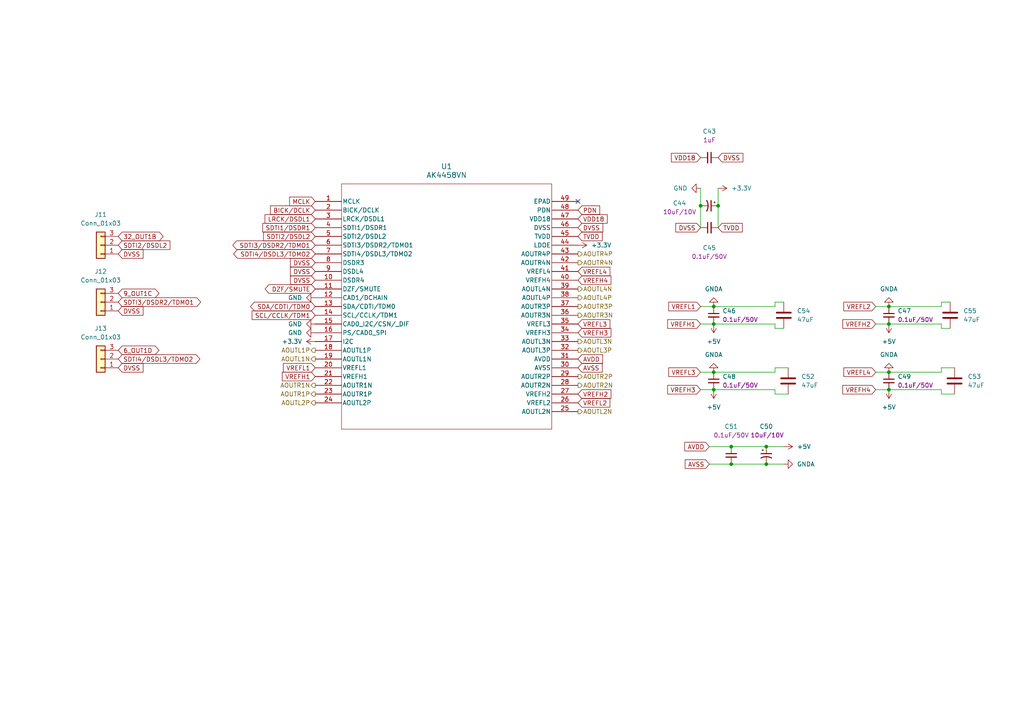
<source format=kicad_sch>
(kicad_sch (version 20231120) (generator "eeschema") (generator_version "8.0")
  (paper "A4")
  (lib_symbols
    (symbol "4ms_Capacitor:0.1uF_0805_50V" (pin_numbers hide) (pin_names (offset 0.254))
      (property "Reference" "C" (at 1.905 1.27 0))
      (property "Display" "0.1uF/50V" (at 1.905 -1.27 0))
      (symbol "0.1uF_0805_50V_1_1"
        (polyline (pts (xy -1.524 -0.508) (xy 1.524 -0.508)) (stroke (width 0.3302)))
        (polyline (pts (xy -1.524 0.508) (xy 1.524 0.508)) (stroke (width 0.3048)))
        (pin passive line (at 0 2.54 270) (length 2.032) (name "~") (number "1"))
        (pin passive line (at 0 -2.54 90) (length 2.032) (name "~") (number "2"))
      )
    )
    (symbol "4ms_Capacitor:10uF_4x5.3_10V" (pin_numbers hide) (pin_names (offset 0.254) hide)
      (property "Reference" "C" (at 1.905 1.27 0))
      (property "Display" "10uF/10V" (at 1.905 -1.27 0))
      (symbol "10uF_4x5.3_10V_0_1"
        (polyline (pts (xy -1.524 0.508) (xy 1.524 0.508)) (stroke (width 0.3048)))
        (polyline (pts (xy -1.27 1.524) (xy -0.762 1.524)))
        (polyline (pts (xy -1.016 1.27) (xy -1.016 1.778)))
        (arc (start 1.524 -0.762) (mid 0 -0.3734) (end -1.524 -0.762) (stroke (width 0.3048)))
      )
      (symbol "10uF_4x5.3_10V_1_1"
        (pin passive line (at 0 2.54 270) (length 2.032) (name "~") (number "1"))
        (pin passive line (at 0 -2.54 90) (length 2.032) (name "~") (number "2"))
      )
    )
    (symbol "4ms_Capacitor:1uF_0402_25V" (pin_numbers hide) (pin_names (offset 0.254) hide)
      (property "Reference" "C24" (at 4.826 0.254 0))
      (property "Display" "1uF" (at 2.54 -1.27 0))
      (symbol "1uF_0402_25V_0_1"
        (polyline (pts (xy -1.524 -0.508) (xy 1.524 -0.508)) (stroke (width 0.3302)))
        (polyline (pts (xy -1.524 0.508) (xy 1.524 0.508)) (stroke (width 0.3048)))
      )
      (symbol "1uF_0402_25V_1_1"
        (pin passive line (at 0 2.54 270) (length 2.032) (name "~") (number "1"))
        (pin passive line (at 0 -2.54 90) (length 2.032) (name "~") (number "2"))
      )
    )
    (symbol "4ms_Connector:Conn_01x03" (pin_names (offset 1.016) hide)
      (property "Reference" "J" (at 0 5.08 0))
      (property "Value" "Conn_01x03" (at 0 -5.08 0))
      (symbol "Conn_01x03_1_1"
        (rectangle (start -1.27 -2.413) (end 0 -2.667) (stroke (width 0.1524)))
        (rectangle (start -1.27 0.127) (end 0 -0.127) (stroke (width 0.1524)))
        (rectangle (start -1.27 2.667) (end 0 2.413) (stroke (width 0.1524)))
        (rectangle (start -1.27 3.81) (end 1.27 -3.81) (stroke (width 0.254)) (fill (type background)))
        (pin passive line (at -5.08 2.54 0) (length 3.81) (name "Pin_1") (number "1"))
        (pin passive line (at -5.08 0 0) (length 3.81) (name "Pin_2") (number "2"))
        (pin passive line (at -5.08 -2.54 0) (length 3.81) (name "Pin_3") (number "3"))
      )
    )
    (symbol "4ms_Power-symbol:+3.3V" (power) (pin_names (offset 0))
      (property "Value" "+3.3V" (at 0 3.556 0))
      (symbol "+3.3V_0_1"
        (polyline (pts (xy -0.762 1.27) (xy 0 2.54)))
        (polyline (pts (xy 0 0) (xy 0 2.54)))
        (polyline (pts (xy 0 2.54) (xy 0.762 1.27)))
      )
      (symbol "+3.3V_1_1"
        (pin power_in line (at 0 0 90) (length 0) hide (name "+3V3") (number "1"))
      )
    )
    (symbol "4ms_Power-symbol:+5V" (power) (pin_names (offset 0))
      (property "Value" "+5V" (at 0 3.556 0))
      (symbol "+5V_0_1"
        (polyline (pts (xy -0.762 1.27) (xy 0 2.54)))
        (polyline (pts (xy 0 0) (xy 0 2.54)))
        (polyline (pts (xy 0 2.54) (xy 0.762 1.27)))
      )
      (symbol "+5V_1_1"
        (pin power_in line (at 0 0 90) (length 0) hide (name "+5V") (number "1"))
      )
    )
    (symbol "4ms_Power-symbol:GNDA" (power) (pin_numbers hide) (pin_names (offset 0) hide)
      (property "Value" "GNDA" (at 0 -3.81 0))
      (symbol "GNDA_0_1"
        (polyline (pts (xy 0 0) (xy 0 -1.27) (xy 1.27 -1.27) (xy 0 -2.54) (xy -1.27 -1.27) (xy 0 -1.27)))
      )
      (symbol "GNDA_1_1"
        (pin power_in line (at 0 0 270) (length 0) hide (name "GNDA") (number "1"))
      )
    )
    (symbol "AK4458VN:AK4458VN" (pin_names (offset 0.254))
      (property "Reference" "U" (at 38.1 10.16 0))
      (property "Value" "AK4458VN" (at 38.1 7.62 0))
      (symbol "AK4458VN_0_1"
        (polyline (pts (xy 7.62 -66.04) (xy 68.58 -66.04)) (stroke (width 0.127)))
        (polyline (pts (xy 7.62 5.08) (xy 7.62 -66.04)) (stroke (width 0.127)))
        (polyline (pts (xy 68.58 -66.04) (xy 68.58 5.08)) (stroke (width 0.127)))
        (polyline (pts (xy 68.58 5.08) (xy 7.62 5.08)) (stroke (width 0.127)))
        (pin input line (at 0 0 0) (length 7.62) (name "MCLK") (number "1"))
        (pin input line (at 0 -22.86 0) (length 7.62) (name "DSDR4") (number "10"))
        (pin bidirectional line (at 0 -25.4 0) (length 7.62) (name "DZF/SMUTE") (number "11"))
        (pin input line (at 0 -27.94 0) (length 7.62) (name "CAD1/DCHAIN") (number "12"))
        (pin bidirectional line (at 0 -30.48 0) (length 7.62) (name "SDA/CDTI/TDM0") (number "13"))
        (pin input line (at 0 -33.02 0) (length 7.62) (name "SCL/CCLK/TDM1") (number "14"))
        (pin input line (at 0 -35.56 0) (length 7.62) (name "CAD0_I2C/CSN/_DIF") (number "15"))
        (pin input line (at 0 -38.1 0) (length 7.62) (name "PS/CAD0_SPI") (number "16"))
        (pin input line (at 0 -40.64 0) (length 7.62) (name "I2C") (number "17"))
        (pin output line (at 0 -43.18 0) (length 7.62) (name "AOUTL1P") (number "18"))
        (pin output line (at 0 -45.72 0) (length 7.62) (name "AOUTL1N") (number "19"))
        (pin input line (at 0 -2.54 0) (length 7.62) (name "BICK/DCLK") (number "2"))
        (pin input line (at 0 -48.26 0) (length 7.62) (name "VREFL1") (number "20"))
        (pin input line (at 0 -50.8 0) (length 7.62) (name "VREFH1") (number "21"))
        (pin output line (at 0 -53.34 0) (length 7.62) (name "AOUTR1N") (number "22"))
        (pin output line (at 0 -55.88 0) (length 7.62) (name "AOUTR1P") (number "23"))
        (pin output line (at 0 -58.42 0) (length 7.62) (name "AOUTL2P") (number "24"))
        (pin output line (at 76.2 -60.96 180) (length 7.62) (name "AOUTL2N") (number "25"))
        (pin input line (at 76.2 -58.42 180) (length 7.62) (name "VREFL2") (number "26"))
        (pin input line (at 76.2 -55.88 180) (length 7.62) (name "VREFH2") (number "27"))
        (pin output line (at 76.2 -53.34 180) (length 7.62) (name "AOUTR2N") (number "28"))
        (pin output line (at 76.2 -50.8 180) (length 7.62) (name "AOUTR2P") (number "29"))
        (pin input line (at 0 -5.08 0) (length 7.62) (name "LRCK/DSDL1") (number "3"))
        (pin power_out line (at 76.2 -48.26 180) (length 7.62) (name "AVSS") (number "30"))
        (pin power_in line (at 76.2 -45.72 180) (length 7.62) (name "AVDD") (number "31"))
        (pin output line (at 76.2 -43.18 180) (length 7.62) (name "AOUTL3P") (number "32"))
        (pin output line (at 76.2 -40.64 180) (length 7.62) (name "AOUTL3N") (number "33"))
        (pin input line (at 76.2 -38.1 180) (length 7.62) (name "VREFH3") (number "34"))
        (pin input line (at 76.2 -35.56 180) (length 7.62) (name "VREFL3") (number "35"))
        (pin output line (at 76.2 -33.02 180) (length 7.62) (name "AOUTR3N") (number "36"))
        (pin output line (at 76.2 -30.48 180) (length 7.62) (name "AOUTR3P") (number "37"))
        (pin output line (at 76.2 -27.94 180) (length 7.62) (name "AOUTL4P") (number "38"))
        (pin output line (at 76.2 -25.4 180) (length 7.62) (name "AOUTL4N") (number "39"))
        (pin input line (at 0 -7.62 0) (length 7.62) (name "SDTI1/DSDR1") (number "4"))
        (pin input line (at 76.2 -22.86 180) (length 7.62) (name "VREFH4") (number "40"))
        (pin input line (at 76.2 -20.32 180) (length 7.62) (name "VREFL4") (number "41"))
        (pin output line (at 76.2 -17.78 180) (length 7.62) (name "AOUTR4N") (number "42"))
        (pin output line (at 76.2 -15.24 180) (length 7.62) (name "AOUTR4P") (number "43"))
        (pin input line (at 76.2 -12.7 180) (length 7.62) (name "LDOE") (number "44"))
        (pin power_in line (at 76.2 -10.16 180) (length 7.62) (name "TVDD") (number "45"))
        (pin power_out line (at 76.2 -7.62 180) (length 7.62) (name "DVSS") (number "46"))
        (pin power_in line (at 76.2 -5.08 180) (length 7.62) (name "VDD18") (number "47"))
        (pin input line (at 76.2 -2.54 180) (length 7.62) (name "PDN") (number "48"))
        (pin unspecified line (at 76.2 0 180) (length 7.62) (name "EPAD") (number "49"))
        (pin input line (at 0 -10.16 0) (length 7.62) (name "SDTI2/DSDL2") (number "5"))
        (pin bidirectional line (at 0 -12.7 0) (length 7.62) (name "SDTI3/DSDR2/TDMO1") (number "6"))
        (pin bidirectional line (at 0 -15.24 0) (length 7.62) (name "SDTI4/DSDL3/TDMO2") (number "7"))
        (pin input line (at 0 -17.78 0) (length 7.62) (name "DSDR3") (number "8"))
        (pin input line (at 0 -20.32 0) (length 7.62) (name "DSDL4") (number "9"))
      )
    )
    (symbol "Device:C" (pin_numbers hide) (pin_names (offset 0.254))
      (property "Reference" "C" (at 0.635 2.54 0))
      (property "Value" "C" (at 0.635 -2.54 0))
      (symbol "C_0_1"
        (polyline (pts (xy -2.032 -0.762) (xy 2.032 -0.762)) (stroke (width 0.508)))
        (polyline (pts (xy -2.032 0.762) (xy 2.032 0.762)) (stroke (width 0.508)))
      )
      (symbol "C_1_1"
        (pin passive line (at 0 3.81 270) (length 2.794) (name "~") (number "1"))
        (pin passive line (at 0 -3.81 90) (length 2.794) (name "~") (number "2"))
      )
    )
    (symbol "power:GND" (power) (pin_numbers hide) (pin_names (offset 0) hide)
      (property "Value" "GND" (at 0 -3.81 0))
      (symbol "GND_0_1"
        (polyline (pts (xy 0 0) (xy 0 -1.27) (xy 1.27 -1.27) (xy 0 -2.54) (xy -1.27 -1.27) (xy 0 -1.27)))
      )
      (symbol "GND_1_1"
        (pin power_in line (at 0 0 270) (length 0) (name "~") (number "1"))
      )
    )
  )
  (junction (at 207.01 88.9))
  (junction (at 257.81 88.9))
  (junction (at 207.01 93.98))
  (junction (at 222.25 129.54))
  (junction (at 207.01 113.03))
  (junction (at 208.28 59.69))
  (junction (at 203.2 59.69))
  (junction (at 212.09 134.62))
  (junction (at 212.09 129.54))
  (junction (at 257.81 107.95))
  (junction (at 257.81 93.98))
  (junction (at 222.25 134.62))
  (junction (at 207.01 107.95))
  (junction (at 257.81 113.03))
  (no_connect (at 167.64 58.42))
  (wire (pts (xy 254 113.03) (xy 257.81 113.03)))
  (wire (pts (xy 205.74 129.54) (xy 212.09 129.54)))
  (wire (pts (xy 228.6 114.3) (xy 224.79 114.3)))
  (wire (pts (xy 203.2 107.95) (xy 207.01 107.95)))
  (wire (pts (xy 276.86 114.3) (xy 273.05 114.3)))
  (wire (pts (xy 208.28 59.69) (xy 208.28 66.04)))
  (wire (pts (xy 273.05 114.3) (xy 273.05 113.03)))
  (wire (pts (xy 273.05 93.98) (xy 273.05 95.25)))
  (wire (pts (xy 227.33 134.62) (xy 222.25 134.62)))
  (wire (pts (xy 207.01 93.98) (xy 224.79 93.98)))
  (wire (pts (xy 257.81 113.03) (xy 273.05 113.03)))
  (wire (pts (xy 275.59 95.25) (xy 273.05 95.25)))
  (wire (pts (xy 203.2 59.69) (xy 203.2 66.04)))
  (wire (pts (xy 224.79 106.68) (xy 224.79 107.95)))
  (wire (pts (xy 224.79 95.25) (xy 224.79 93.98)))
  (wire (pts (xy 254 107.95) (xy 257.81 107.95)))
  (wire (pts (xy 203.2 54.61) (xy 203.2 59.69)))
  (wire (pts (xy 273.05 106.68) (xy 273.05 107.95)))
  (wire (pts (xy 227.33 87.63) (xy 224.79 87.63)))
  (wire (pts (xy 207.01 113.03) (xy 224.79 113.03)))
  (wire (pts (xy 257.81 107.95) (xy 273.05 107.95)))
  (wire (pts (xy 207.01 107.95) (xy 224.79 107.95)))
  (wire (pts (xy 276.86 106.68) (xy 273.05 106.68)))
  (wire (pts (xy 212.09 129.54) (xy 222.25 129.54)))
  (wire (pts (xy 224.79 87.63) (xy 224.79 88.9)))
  (wire (pts (xy 257.81 93.98) (xy 273.05 93.98)))
  (wire (pts (xy 257.81 88.9) (xy 254 88.9)))
  (wire (pts (xy 228.6 106.68) (xy 224.79 106.68)))
  (wire (pts (xy 203.2 113.03) (xy 207.01 113.03)))
  (wire (pts (xy 208.28 54.61) (xy 208.28 59.69)))
  (wire (pts (xy 207.01 88.9) (xy 224.79 88.9)))
  (wire (pts (xy 257.81 93.98) (xy 254 93.98)))
  (wire (pts (xy 212.09 134.62) (xy 222.25 134.62)))
  (wire (pts (xy 224.79 114.3) (xy 224.79 113.03)))
  (wire (pts (xy 273.05 87.63) (xy 273.05 88.9)))
  (wire (pts (xy 205.74 134.62) (xy 212.09 134.62)))
  (wire (pts (xy 207.01 93.98) (xy 203.2 93.98)))
  (wire (pts (xy 257.81 88.9) (xy 273.05 88.9)))
  (wire (pts (xy 275.59 87.63) (xy 273.05 87.63)))
  (wire (pts (xy 207.01 88.9) (xy 203.2 88.9)))
  (wire (pts (xy 227.33 95.25) (xy 224.79 95.25)))
  (wire (pts (xy 227.33 129.54) (xy 222.25 129.54)))
  (global_label "DZF/SMUTE" (shape bidirectional) (at 91.44 83.82 180) (property "Intersheetrefs" "${INTERSHEET_REFS}" (effects (hide yes))))
  (global_label "DVSS" (shape input) (at 91.44 76.2 180) (property "Intersheetrefs" "${INTERSHEET_REFS}" (effects (hide yes))))
  (global_label "SDA/CDTI/TDM0" (shape bidirectional) (at 91.44 88.9 180) (property "Intersheetrefs" "${INTERSHEET_REFS}" (effects (hide yes))))
  (global_label "SDTI2/DSDL2" (shape input) (at 91.44 68.58 180) (property "Intersheetrefs" "${INTERSHEET_REFS}" (effects (hide yes))))
  (global_label "AVSS" (shape input) (at 167.64 106.68 0) (property "Intersheetrefs" "${INTERSHEET_REFS}" (effects (hide yes))))
  (global_label "DVSS" (shape input) (at 91.44 81.28 180) (property "Intersheetrefs" "${INTERSHEET_REFS}" (effects (hide yes))))
  (global_label "AVDD" (shape input) (at 205.74 129.54 180) (property "Intersheetrefs" "${INTERSHEET_REFS}" (effects (hide yes))))
  (global_label "SDTI3/DSDR2/TDMO1" (shape bidirectional) (at 34.29 87.63 0) (property "Intersheetrefs" "${INTERSHEET_REFS}" (effects (hide yes))))
  (global_label "DVSS" (shape input) (at 91.44 78.74 180) (property "Intersheetrefs" "${INTERSHEET_REFS}" (effects (hide yes))))
  (global_label "VREFL1" (shape input) (at 91.44 106.68 180) (property "Intersheetrefs" "${INTERSHEET_REFS}" (effects (hide yes))))
  (global_label "32_OUT1B" (shape bidirectional) (at 34.29 68.58 0) (property "Intersheetrefs" "${INTERSHEET_REFS}" (effects (hide yes))))
  (global_label "SDTI2/DSDL2" (shape input) (at 34.29 71.12 0) (property "Intersheetrefs" "${INTERSHEET_REFS}" (effects (hide yes))))
  (global_label "SDTI4/DSDL3/TDMO2" (shape bidirectional) (at 34.29 104.14 0) (property "Intersheetrefs" "${INTERSHEET_REFS}" (effects (hide yes))))
  (global_label "VREFH2" (shape input) (at 167.64 114.3 0) (property "Intersheetrefs" "${INTERSHEET_REFS}" (effects (hide yes))))
  (global_label "VREFL2" (shape input) (at 167.64 116.84 0) (property "Intersheetrefs" "${INTERSHEET_REFS}" (effects (hide yes))))
  (global_label "VDD18" (shape input) (at 203.2 45.72 180) (property "Intersheetrefs" "${INTERSHEET_REFS}" (effects (hide yes))))
  (global_label "DVSS" (shape input) (at 34.29 106.68 0) (property "Intersheetrefs" "${INTERSHEET_REFS}" (effects (hide yes))))
  (global_label "DVSS" (shape input) (at 203.2 66.04 180) (property "Intersheetrefs" "${INTERSHEET_REFS}" (effects (hide yes))))
  (global_label "BICK/DCLK" (shape input) (at 91.44 60.96 180) (property "Intersheetrefs" "${INTERSHEET_REFS}" (effects (hide yes))))
  (global_label "TVDD" (shape input) (at 167.64 68.58 0) (property "Intersheetrefs" "${INTERSHEET_REFS}" (effects (hide yes))))
  (global_label "VREFL3" (shape input) (at 203.2 107.95 180) (property "Intersheetrefs" "${INTERSHEET_REFS}" (effects (hide yes))))
  (global_label "VREFL1" (shape input) (at 203.2 88.9 180) (property "Intersheetrefs" "${INTERSHEET_REFS}" (effects (hide yes))))
  (global_label "VREFH4" (shape input) (at 254 113.03 180) (property "Intersheetrefs" "${INTERSHEET_REFS}" (effects (hide yes))))
  (global_label "SCL/CCLK/TDM1" (shape input) (at 91.44 91.44 180) (property "Intersheetrefs" "${INTERSHEET_REFS}" (effects (hide yes))))
  (global_label "6_OUT1D" (shape bidirectional) (at 34.29 101.6 0) (property "Intersheetrefs" "${INTERSHEET_REFS}" (effects (hide yes))))
  (global_label "PDN" (shape input) (at 167.64 60.96 0) (property "Intersheetrefs" "${INTERSHEET_REFS}" (effects (hide yes))))
  (global_label "9_OUT1C" (shape bidirectional) (at 34.29 85.09 0) (property "Intersheetrefs" "${INTERSHEET_REFS}" (effects (hide yes))))
  (global_label "VREFL4" (shape input) (at 167.64 78.74 0) (property "Intersheetrefs" "${INTERSHEET_REFS}" (effects (hide yes))))
  (global_label "SDTI1/DSDR1" (shape input) (at 91.44 66.04 180) (property "Intersheetrefs" "${INTERSHEET_REFS}" (effects (hide yes))))
  (global_label "DVSS" (shape input) (at 167.64 66.04 0) (property "Intersheetrefs" "${INTERSHEET_REFS}" (effects (hide yes))))
  (global_label "DVSS" (shape input) (at 34.29 90.17 0) (property "Intersheetrefs" "${INTERSHEET_REFS}" (effects (hide yes))))
  (global_label "TVDD" (shape input) (at 208.28 66.04 0) (property "Intersheetrefs" "${INTERSHEET_REFS}" (effects (hide yes))))
  (global_label "SDTI3/DSDR2/TDMO1" (shape bidirectional) (at 91.44 71.12 180) (property "Intersheetrefs" "${INTERSHEET_REFS}" (effects (hide yes))))
  (global_label "VREFH2" (shape input) (at 254 93.98 180) (property "Intersheetrefs" "${INTERSHEET_REFS}" (effects (hide yes))))
  (global_label "DVSS" (shape input) (at 34.29 73.66 0) (property "Intersheetrefs" "${INTERSHEET_REFS}" (effects (hide yes))))
  (global_label "VREFL3" (shape input) (at 167.64 93.98 0) (property "Intersheetrefs" "${INTERSHEET_REFS}" (effects (hide yes))))
  (global_label "VREFL4" (shape input) (at 254 107.95 180) (property "Intersheetrefs" "${INTERSHEET_REFS}" (effects (hide yes))))
  (global_label "VREFL2" (shape input) (at 254 88.9 180) (property "Intersheetrefs" "${INTERSHEET_REFS}" (effects (hide yes))))
  (global_label "VREFH4" (shape input) (at 167.64 81.28 0) (property "Intersheetrefs" "${INTERSHEET_REFS}" (effects (hide yes))))
  (global_label "MCLK" (shape input) (at 91.44 58.42 180) (property "Intersheetrefs" "${INTERSHEET_REFS}" (effects (hide yes))))
  (global_label "VDD18" (shape input) (at 167.64 63.5 0) (property "Intersheetrefs" "${INTERSHEET_REFS}" (effects (hide yes))))
  (global_label "VREFH1" (shape input) (at 91.44 109.22 180) (property "Intersheetrefs" "${INTERSHEET_REFS}" (effects (hide yes))))
  (global_label "SDTI4/DSDL3/TDMO2" (shape bidirectional) (at 91.44 73.66 180) (property "Intersheetrefs" "${INTERSHEET_REFS}" (effects (hide yes))))
  (global_label "VREFH3" (shape input) (at 167.64 96.52 0) (property "Intersheetrefs" "${INTERSHEET_REFS}" (effects (hide yes))))
  (global_label "DVSS" (shape input) (at 208.28 45.72 0) (property "Intersheetrefs" "${INTERSHEET_REFS}" (effects (hide yes))))
  (global_label "VREFH3" (shape input) (at 203.2 113.03 180) (property "Intersheetrefs" "${INTERSHEET_REFS}" (effects (hide yes))))
  (global_label "AVSS" (shape input) (at 205.74 134.62 180) (property "Intersheetrefs" "${INTERSHEET_REFS}" (effects (hide yes))))
  (global_label "LRCK/DSDL1" (shape input) (at 91.44 63.5 180) (property "Intersheetrefs" "${INTERSHEET_REFS}" (effects (hide yes))))
  (global_label "AVDD" (shape input) (at 167.64 104.14 0) (property "Intersheetrefs" "${INTERSHEET_REFS}" (effects (hide yes))))
  (global_label "VREFH1" (shape input) (at 203.2 93.98 180) (property "Intersheetrefs" "${INTERSHEET_REFS}" (effects (hide yes))))
  (hierarchical_label "AOUTL4N" (shape output) (at 167.64 83.82 0))
  (hierarchical_label "AOUTR1P" (shape output) (at 91.44 114.3 180))
  (hierarchical_label "AOUTR4P" (shape output) (at 167.64 73.66 0))
  (hierarchical_label "AOUTR2N" (shape output) (at 167.64 111.76 0))
  (hierarchical_label "AOUTR3P" (shape output) (at 167.64 88.9 0))
  (hierarchical_label "AOUTL4P" (shape output) (at 167.64 86.36 0))
  (hierarchical_label "AOUTL2N" (shape output) (at 167.64 119.38 0))
  (hierarchical_label "AOUTL1N" (shape output) (at 91.44 104.14 180))
  (hierarchical_label "AOUTL2P" (shape output) (at 91.44 116.84 180))
  (hierarchical_label "AOUTL1P" (shape output) (at 91.44 101.6 180))
  (hierarchical_label "AOUTR1N" (shape output) (at 91.44 111.76 180))
  (hierarchical_label "AOUTR3N" (shape output) (at 167.64 91.44 0))
  (hierarchical_label "AOUTR2P" (shape output) (at 167.64 109.22 0))
  (hierarchical_label "AOUTL3N" (shape output) (at 167.64 99.06 0))
  (hierarchical_label "AOUTR4N" (shape output) (at 167.64 76.2 0))
  (hierarchical_label "AOUTL3P" (shape output) (at 167.64 101.6 0))
  (symbol (lib_id "4ms_Power-symbol:GNDA") (at 227.33 134.62 90) (unit 1)
    (property "Reference" "#PWR059" (effects (hide yes)))
    (property "Value" "GNDA" (at 231.14 134.6199 90) (effects (justify right)))
    (property "Description" "(analog) ground power-flag symbol" (effects (hide yes)))
  )
  (symbol (lib_id "4ms_Power-symbol:+5V") (at 227.33 129.54 270) (unit 1)
    (property "Reference" "#PWR060" (effects (hide yes)))
    (property "Value" "+5V" (at 231.14 129.5399 90) (effects (justify left)))
  )
  (symbol (lib_id "4ms_Power-symbol:GNDA") (at 207.01 107.95 180) (unit 1)
    (property "Reference" "#PWR053" (effects (hide yes)))
    (property "Value" "GNDA" (at 207.01 102.87 0))
    (property "Description" "(analog) ground power-flag symbol" (effects (hide yes)))
  )
  (symbol (lib_id "4ms_Power-symbol:+5V") (at 207.01 113.03 180) (unit 1)
    (property "Reference" "#PWR057" (effects (hide yes)))
    (property "Value" "+5V" (at 207.01 118.11 0))
  )
  (symbol (lib_id "power:GND") (at 203.2 54.61 270) (unit 1)
    (property "Reference" "#PWR045" (effects (hide yes)))
    (property "Value" "GND" (at 199.39 54.6099 90) (effects (justify right)))
    (property "Description" "Power symbol creates a global label with name \"GND\" , ground" (effects (hide yes)))
  )
  (symbol (lib_id "power:GND") (at 91.44 86.36 270) (unit 1)
    (property "Reference" "#PWR046" (effects (hide yes)))
    (property "Value" "GND" (at 87.63 86.3599 90) (effects (justify right)))
    (property "Description" "Power symbol creates a global label with name \"GND\" , ground" (effects (hide yes)))
  )
  (symbol (lib_id "power:GND") (at 91.44 96.52 270) (unit 1)
    (property "Reference" "#PWR048" (effects (hide yes)))
    (property "Value" "GND" (at 87.63 96.5199 90) (effects (justify right)))
    (property "Description" "Power symbol creates a global label with name \"GND\" , ground" (effects (hide yes)))
  )
  (symbol (lib_id "4ms_Power-symbol:+5V") (at 257.81 113.03 180) (unit 1)
    (property "Reference" "#PWR058" (effects (hide yes)))
    (property "Value" "+5V" (at 257.81 118.11 0))
  )
  (symbol (lib_id "Device:C") (at 275.59 91.44 0) (unit 1)
    (property "Reference" "C55" (at 279.4 90.1699 0) (effects (justify left)))
    (property "Value" "47uF" (at 279.4 92.7099 0) (effects (justify left)))
    (property "Footprint" "Capacitor_SMD:C_0805_2012Metric" (effects (hide yes)))
    (property "Description" "Unpolarized capacitor" (effects (hide yes)))
  )
  (symbol (lib_id "Device:C") (at 228.6 110.49 0) (unit 1)
    (property "Reference" "C52" (at 232.41 109.2199 0) (effects (justify left)))
    (property "Value" "47uF" (at 232.41 111.7599 0) (effects (justify left)))
    (property "Footprint" "Capacitor_SMD:C_0805_2012Metric" (effects (hide yes)))
    (property "Description" "Unpolarized capacitor" (effects (hide yes)))
  )
  (symbol (lib_id "power:GND") (at 91.44 93.98 270) (unit 1)
    (property "Reference" "#PWR047" (effects (hide yes)))
    (property "Value" "GND" (at 87.63 93.9799 90) (effects (justify right)))
    (property "Description" "Power symbol creates a global label with name \"GND\" , ground" (effects (hide yes)))
  )
  (symbol (lib_id "4ms_Power-symbol:GNDA") (at 207.01 88.9 180) (unit 1)
    (property "Reference" "#PWR051" (effects (hide yes)))
    (property "Value" "GNDA" (at 207.01 83.82 0))
    (property "Description" "(analog) ground power-flag symbol" (effects (hide yes)))
  )
  (symbol (lib_id "4ms_Capacitor:0.1uF_0805_50V") (at 257.81 91.44 0) (unit 1)
    (property "Reference" "C47" (at 260.35 90.1762 0) (effects (justify left)))
    (property "Value" "0.1uF_0805_50V" (effects (hide yes)))
    (property "Footprint" "4ms_Capacitor:C_0805" (effects (hide yes)))
    (property "Description" "0.1uF, 50V, 0805, MLCC, X5R or similar" (effects (hide yes)))
    (property "Specifications" "0.1uF, 50V, 0805, MLCC, X5R or similar" (effects (hide yes)))
    (property "Manufacturer" "Murata" (effects (hide yes)))
    (property "Part Number" "GCJ21BL81H104KA01L" (effects (hide yes)))
    (property "Display" "0.1uF/50V" (at 260.35 92.7162 0) (effects (justify left)))
    (property "Production Stage" "A" (effects (hide yes)))
  )
  (symbol (lib_id "Device:C") (at 276.86 110.49 0) (unit 1)
    (property "Reference" "C53" (at 280.67 109.2199 0) (effects (justify left)))
    (property "Value" "47uF" (at 280.67 111.7599 0) (effects (justify left)))
    (property "Footprint" "Capacitor_SMD:C_0805_2012Metric" (effects (hide yes)))
    (property "Description" "Unpolarized capacitor" (effects (hide yes)))
  )
  (symbol (lib_id "4ms_Capacitor:0.1uF_0805_50V") (at 207.01 91.44 0) (unit 1)
    (property "Reference" "C46" (at 209.55 90.1762 0) (effects (justify left)))
    (property "Value" "0.1uF_0805_50V" (effects (hide yes)))
    (property "Footprint" "4ms_Capacitor:C_0805" (effects (hide yes)))
    (property "Description" "0.1uF, 50V, 0805, MLCC, X5R or similar" (effects (hide yes)))
    (property "Specifications" "0.1uF, 50V, 0805, MLCC, X5R or similar" (effects (hide yes)))
    (property "Manufacturer" "Murata" (effects (hide yes)))
    (property "Part Number" "GCJ21BL81H104KA01L" (effects (hide yes)))
    (property "Display" "0.1uF/50V" (at 209.55 92.7162 0) (effects (justify left)))
    (property "Production Stage" "A" (effects (hide yes)))
  )
  (symbol (lib_id "4ms_Capacitor:0.1uF_0805_50V") (at 207.01 110.49 0) (unit 1)
    (property "Reference" "C48" (at 209.55 109.2262 0) (effects (justify left)))
    (property "Value" "0.1uF_0805_50V" (effects (hide yes)))
    (property "Footprint" "4ms_Capacitor:C_0805" (effects (hide yes)))
    (property "Description" "0.1uF, 50V, 0805, MLCC, X5R or similar" (effects (hide yes)))
    (property "Specifications" "0.1uF, 50V, 0805, MLCC, X5R or similar" (effects (hide yes)))
    (property "Manufacturer" "Murata" (effects (hide yes)))
    (property "Part Number" "GCJ21BL81H104KA01L" (effects (hide yes)))
    (property "Display" "0.1uF/50V" (at 209.55 111.7662 0) (effects (justify left)))
    (property "Production Stage" "A" (effects (hide yes)))
  )
  (symbol (lib_id "4ms_Power-symbol:+3.3V") (at 167.64 71.12 270) (unit 1)
    (property "Reference" "#PWR050" (effects (hide yes)))
    (property "Value" "+3.3V" (at 171.45 71.1199 90) (effects (justify left)))
  )
  (symbol (lib_id "4ms_Power-symbol:+5V") (at 257.81 93.98 180) (unit 1)
    (property "Reference" "#PWR056" (effects (hide yes)))
    (property "Value" "+5V" (at 257.81 99.06 0))
  )
  (symbol (lib_id "4ms_Power-symbol:+3.3V") (at 208.28 54.61 270) (unit 1)
    (property "Reference" "#PWR044" (effects (hide yes)))
    (property "Value" "+3.3V" (at 212.09 54.6099 90) (effects (justify left)))
  )
  (symbol (lib_id "4ms_Capacitor:10uF_4x5.3_10V") (at 205.74 59.69 270) (unit 1)
    (property "Reference" "C44" (at 197.104 58.928 90))
    (property "Value" "10uF_4x5.3_10V" (effects (hide yes)))
    (property "Footprint" "Capacitor_SMD:CP_Elec_4x5.3" (effects (hide yes)))
    (property "Description" "10uF, 10V/16V, 20%, 4.00mm D x 5.3mm H" (effects (hide yes)))
    (property "Specifications" "10uF, Min 10V, 20%, 4.0mmD*5.30mmH" (effects (hide yes)))
    (property "Manufacturer" "Panasonic" (effects (hide yes)))
    (property "Part Number" "EEE-FN1A100R" (effects (hide yes)))
    (property "Display" "10uF/10V" (at 197.104 61.468 90))
    (property "JLCPCB ID" "C176661" (effects (hide yes)))
    (property "Manufacturer 2" "Lelon" (effects (hide yes)))
    (property "Part Number 2" "VES100M1ETR-0405" (effects (hide yes)))
    (property "Production Stage" "A" (effects (hide yes)))
  )
  (symbol (lib_id "4ms_Power-symbol:+3.3V") (at 91.44 99.06 90) (unit 1)
    (property "Reference" "#PWR049" (effects (hide yes)))
    (property "Value" "+3.3V" (at 87.63 99.0599 90) (effects (justify left)))
  )
  (symbol (lib_id "4ms_Capacitor:0.1uF_0805_50V") (at 212.09 132.08 0) (unit 1)
    (property "Reference" "C51" (at 212.09 123.698 0))
    (property "Value" "0.1uF_0805_50V" (effects (hide yes)))
    (property "Footprint" "4ms_Capacitor:C_0805" (effects (hide yes)))
    (property "Description" "0.1uF, 50V, 0805, MLCC, X5R or similar" (effects (hide yes)))
    (property "Specifications" "0.1uF, 50V, 0805, MLCC, X5R or similar" (effects (hide yes)))
    (property "Manufacturer" "Murata" (effects (hide yes)))
    (property "Part Number" "GCJ21BL81H104KA01L" (effects (hide yes)))
    (property "Display" "0.1uF/50V" (at 212.09 126.238 0))
    (property "Production Stage" "A" (effects (hide yes)))
  )
  (symbol (lib_id "Device:C") (at 227.33 91.44 0) (unit 1)
    (property "Reference" "C54" (at 231.14 90.1699 0) (effects (justify left)))
    (property "Value" "47uF" (at 231.14 92.7099 0) (effects (justify left)))
    (property "Footprint" "Capacitor_SMD:C_0805_2012Metric" (effects (hide yes)))
    (property "Description" "Unpolarized capacitor" (effects (hide yes)))
  )
  (symbol (lib_id "AK4458VN:AK4458VN") (at 91.44 58.42 0) (unit 1)
    (property "Reference" "U1" (at 129.54 48.26 0) (effects (font (size 1.524 1.524))))
    (property "Value" "AK4458VN" (at 129.54 50.8 0) (effects (font (size 1.524 1.524))))
    (property "Footprint" "AK4458VN:QFN48_7x7-0p5_AKM" (effects (hide yes)))
    (property "Datasheet" "AK4458VN" (effects (hide yes)))
  )
  (symbol (lib_id "4ms_Capacitor:0.1uF_0805_50V") (at 257.81 110.49 0) (unit 1)
    (property "Reference" "C49" (at 260.35 109.2262 0) (effects (justify left)))
    (property "Value" "0.1uF_0805_50V" (effects (hide yes)))
    (property "Footprint" "4ms_Capacitor:C_0805" (effects (hide yes)))
    (property "Description" "0.1uF, 50V, 0805, MLCC, X5R or similar" (effects (hide yes)))
    (property "Specifications" "0.1uF, 50V, 0805, MLCC, X5R or similar" (effects (hide yes)))
    (property "Manufacturer" "Murata" (effects (hide yes)))
    (property "Part Number" "GCJ21BL81H104KA01L" (effects (hide yes)))
    (property "Display" "0.1uF/50V" (at 260.35 111.7662 0) (effects (justify left)))
    (property "Production Stage" "A" (effects (hide yes)))
  )
  (symbol (lib_id "4ms_Connector:Conn_01x03") (at 29.21 87.63 180) (unit 1)
    (property "Reference" "J12" (at 29.21 78.74 0))
    (property "Value" "Conn_01x03" (at 29.21 81.28 0))
    (property "Footprint" "4ms_Connector:Pins_1x03_2.54mm_TH" (effects (hide yes)))
    (property "Description" "HEADER 1x3 MALE PINS 0.100” 180deg" (effects (hide yes)))
    (property "Specifications" "HEADER 1x3 MALE PINS 0.100” 180deg" (effects (hide yes)))
    (property "Manufacturer" "TAD" (effects (hide yes)))
    (property "Part Number" "1-0301FBV0T" (effects (hide yes)))
    (property "Production Stage" "B" (effects (hide yes)))
  )
  (symbol (lib_id "4ms_Power-symbol:GNDA") (at 257.81 88.9 180) (unit 1)
    (property "Reference" "#PWR052" (effects (hide yes)))
    (property "Value" "GNDA" (at 257.81 83.82 0))
    (property "Description" "(analog) ground power-flag symbol" (effects (hide yes)))
  )
  (symbol (lib_id "4ms_Capacitor:1uF_0402_25V") (at 205.74 45.72 270) (unit 1)
    (property "Reference" "C43" (at 205.74 38.1 90))
    (property "Value" "1uF_0402_25V" (effects (hide yes)))
    (property "Footprint" "4ms_Capacitor:C_0402" (effects (hide yes)))
    (property "Description" "1uF, Min. 25V, 0402, Ceramic/MLCC" (effects (hide yes)))
    (property "Specifications" "1uF, Min. 25V, 0402, Ceramic/MLCC" (effects (hide yes)))
    (property "Manufacturer" "Taiyo Yuden" (effects (hide yes)))
    (property "Part Number" "GMK105CC6105KV-F" (effects (hide yes)))
    (property "Display" "1uF" (at 205.74 40.64 90))
    (property "JLCPCB ID" "C52923" (effects (hide yes)))
    (property "Manufacturer 2" "Murata" (effects (hide yes)))
    (property "Part Number 2" "GRM155C81E105ME11J" (effects (hide yes)))
    (property "Production Stage" "A" (effects (hide yes)))
  )
  (symbol (lib_id "4ms_Connector:Conn_01x03") (at 29.21 71.12 180) (unit 1)
    (property "Reference" "J11" (at 29.21 62.23 0))
    (property "Value" "Conn_01x03" (at 29.21 64.77 0))
    (property "Footprint" "4ms_Connector:Pins_1x03_2.54mm_TH" (effects (hide yes)))
    (property "Description" "HEADER 1x3 MALE PINS 0.100” 180deg" (effects (hide yes)))
    (property "Specifications" "HEADER 1x3 MALE PINS 0.100” 180deg" (effects (hide yes)))
    (property "Manufacturer" "TAD" (effects (hide yes)))
    (property "Part Number" "1-0301FBV0T" (effects (hide yes)))
    (property "Production Stage" "B" (effects (hide yes)))
  )
  (symbol (lib_id "4ms_Capacitor:0.1uF_0805_50V") (at 205.74 66.04 90) (unit 1)
    (property "Reference" "C45" (at 205.74 71.882 90))
    (property "Value" "0.1uF_0805_50V" (effects (hide yes)))
    (property "Footprint" "4ms_Capacitor:C_0805" (effects (hide yes)))
    (property "Description" "0.1uF, 50V, 0805, MLCC, X5R or similar" (effects (hide yes)))
    (property "Specifications" "0.1uF, 50V, 0805, MLCC, X5R or similar" (effects (hide yes)))
    (property "Manufacturer" "Murata" (effects (hide yes)))
    (property "Part Number" "GCJ21BL81H104KA01L" (effects (hide yes)))
    (property "Display" "0.1uF/50V" (at 205.74 74.422 90))
    (property "Production Stage" "A" (effects (hide yes)))
  )
  (symbol (lib_id "4ms_Capacitor:10uF_4x5.3_10V") (at 222.25 132.08 0) (unit 1)
    (property "Reference" "C50" (at 222.25 123.698 0))
    (property "Value" "10uF_4x5.3_10V" (effects (hide yes)))
    (property "Footprint" "Capacitor_SMD:CP_Elec_4x5.3" (effects (hide yes)))
    (property "Description" "10uF, 10V/16V, 20%, 4.00mm D x 5.3mm H" (effects (hide yes)))
    (property "Specifications" "10uF, Min 10V, 20%, 4.0mmD*5.30mmH" (effects (hide yes)))
    (property "Manufacturer" "Panasonic" (effects (hide yes)))
    (property "Part Number" "EEE-FN1A100R" (effects (hide yes)))
    (property "Display" "10uF/10V" (at 222.504 126.238 0))
    (property "JLCPCB ID" "C176661" (effects (hide yes)))
    (property "Manufacturer 2" "Lelon" (effects (hide yes)))
    (property "Part Number 2" "VES100M1ETR-0405" (effects (hide yes)))
    (property "Production Stage" "A" (effects (hide yes)))
  )
  (symbol (lib_id "4ms_Connector:Conn_01x03") (at 29.21 104.14 180) (unit 1)
    (property "Reference" "J13" (at 29.21 95.25 0))
    (property "Value" "Conn_01x03" (at 29.21 97.79 0))
    (property "Footprint" "4ms_Connector:Pins_1x03_2.54mm_TH" (effects (hide yes)))
    (property "Description" "HEADER 1x3 MALE PINS 0.100” 180deg" (effects (hide yes)))
    (property "Specifications" "HEADER 1x3 MALE PINS 0.100” 180deg" (effects (hide yes)))
    (property "Manufacturer" "TAD" (effects (hide yes)))
    (property "Part Number" "1-0301FBV0T" (effects (hide yes)))
    (property "Production Stage" "B" (effects (hide yes)))
  )
  (symbol (lib_id "4ms_Power-symbol:GNDA") (at 257.81 107.95 180) (unit 1)
    (property "Reference" "#PWR054" (effects (hide yes)))
    (property "Value" "GNDA" (at 257.81 102.87 0))
    (property "Description" "(analog) ground power-flag symbol" (effects (hide yes)))
  )
  (symbol (lib_id "4ms_Power-symbol:+5V") (at 207.01 93.98 180) (unit 1)
    (property "Reference" "#PWR055" (effects (hide yes)))
    (property "Value" "+5V" (at 207.01 99.06 0))
  )
)
</source>
